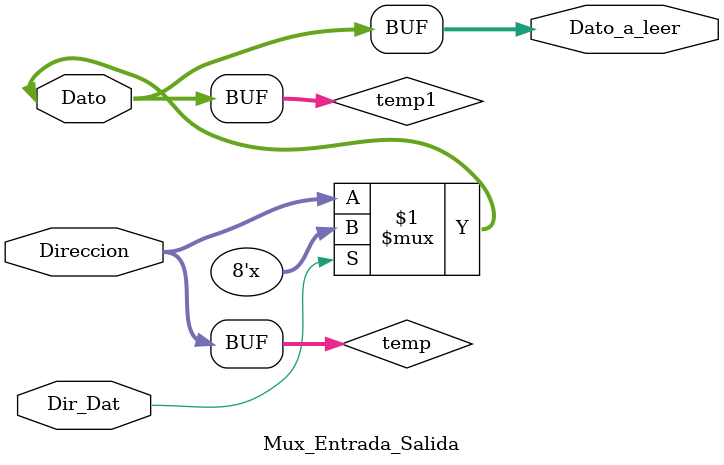
<source format=v>
`timescale 1ns / 1ps

module Mux_Entrada_Salida(
	input Dir_Dat,
	input [7:0] Direccion,
	output [7:0] Dato_a_leer,
	inout [7:0] Dato
    );
	 
	 reg [7:0] temp,temp1;
	 assign Dato=Dir_Dat ? 8'bz : temp;
	 assign Dato_a_leer=temp1;
	 
	 always@*begin
	  temp1=Dato;
	  temp=Direccion; 
	  end

endmodule

</source>
